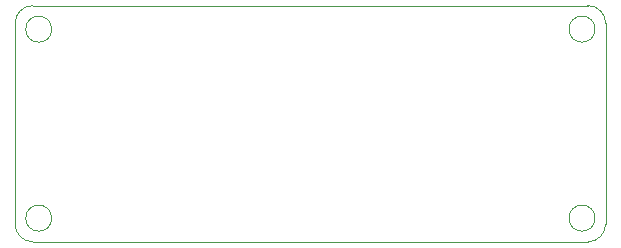
<source format=gbr>
%TF.GenerationSoftware,KiCad,Pcbnew,8.0.4*%
%TF.CreationDate,2024-10-29T04:22:13+09:00*%
%TF.ProjectId,ST-LINK-V2_1,53542d4c-494e-44b2-9d56-325f312e6b69,Rev2*%
%TF.SameCoordinates,Original*%
%TF.FileFunction,Profile,NP*%
%FSLAX46Y46*%
G04 Gerber Fmt 4.6, Leading zero omitted, Abs format (unit mm)*
G04 Created by KiCad (PCBNEW 8.0.4) date 2024-10-29 04:22:13*
%MOMM*%
%LPD*%
G01*
G04 APERTURE LIST*
%TA.AperFunction,Profile*%
%ADD10C,0.050000*%
%TD*%
G04 APERTURE END LIST*
D10*
X-2000000Y-16500000D02*
X-2000000Y500000D01*
X47100000Y0D02*
G75*
G02*
X44900000Y0I-1100000J0D01*
G01*
X44900000Y0D02*
G75*
G02*
X47100000Y0I1100000J0D01*
G01*
X1100000Y-16000000D02*
G75*
G02*
X-1100000Y-16000000I-1100000J0D01*
G01*
X-1100000Y-16000000D02*
G75*
G02*
X1100000Y-16000000I1100000J0D01*
G01*
X-2000000Y500000D02*
G75*
G02*
X-500000Y2000000I1500000J0D01*
G01*
X48000000Y-16500000D02*
G75*
G02*
X46500000Y-18000000I-1500000J0D01*
G01*
X-500000Y-18000000D02*
G75*
G02*
X-2000000Y-16500000I0J1500000D01*
G01*
X48000000Y500000D02*
X48000000Y-16500000D01*
X46500000Y2000000D02*
G75*
G02*
X48000000Y500000I0J-1500000D01*
G01*
X1100000Y0D02*
G75*
G02*
X-1100000Y0I-1100000J0D01*
G01*
X-1100000Y0D02*
G75*
G02*
X1100000Y0I1100000J0D01*
G01*
X-500000Y2000000D02*
X46500000Y2000000D01*
X46500000Y-18000000D02*
X-500000Y-18000000D01*
X47100000Y-16000000D02*
G75*
G02*
X44900000Y-16000000I-1100000J0D01*
G01*
X44900000Y-16000000D02*
G75*
G02*
X47100000Y-16000000I1100000J0D01*
G01*
M02*

</source>
